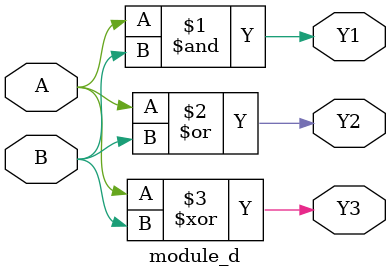
<source format=sv>
module module_d (
	input logic A, B,
	output logic Y1, Y2, Y3
);
	assign Y1 = A & B;
	assign Y2 = A | B;
	assign Y3 = A ^ B;
endmodule

</source>
